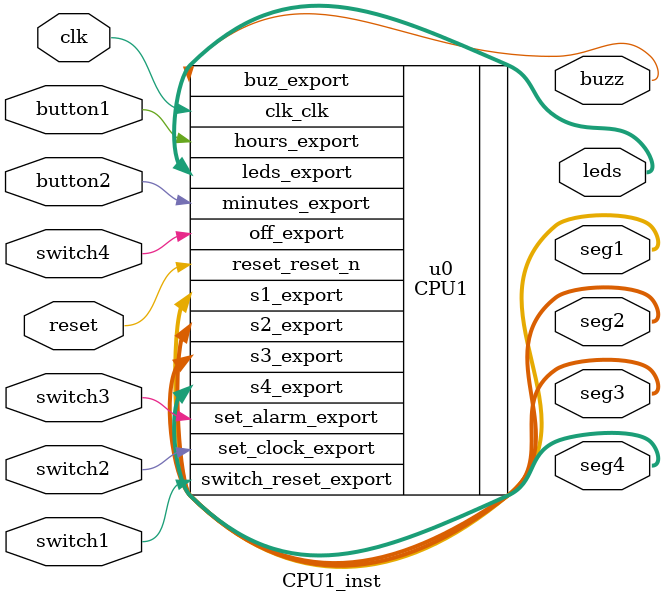
<source format=v>
module CPU1_inst (input clk,       reset, switch1, switch2, switch3, switch4,
      button1, button2,      output [1:0] leds,
      output [6:0] seg1,      output [6:0] seg2,
      output [6:0] seg3,      output [6:0] seg4,
      output buzz);
  CPU1 u0 (
  .clk_clk             (clk),             //          clk.clk  
  .leds_export         (leds),         //         leds.export
  .s1_export           (seg1),           //           s1.export  
  .s2_export           (seg2),           //           s2.export
  .s3_export           (seg3),           //           s3.export  
  .s4_export           (seg4),           //           s4.export
  .buz_export          (buzz),          //          buz.export  
  .switch_reset_export (switch1), // switch_reset.export
  .set_clock_export    (switch2),    //    set_clock.export  
  .set_alarm_export    (switch3),    //    set_alarm.export
  .off_export          (switch4),          //          off.export  
  .hours_export        (button1),        //        hours.export
  .minutes_export      (button2), //      minutes.export 
  .reset_reset_n       (reset) 
  );
endmodule
</source>
